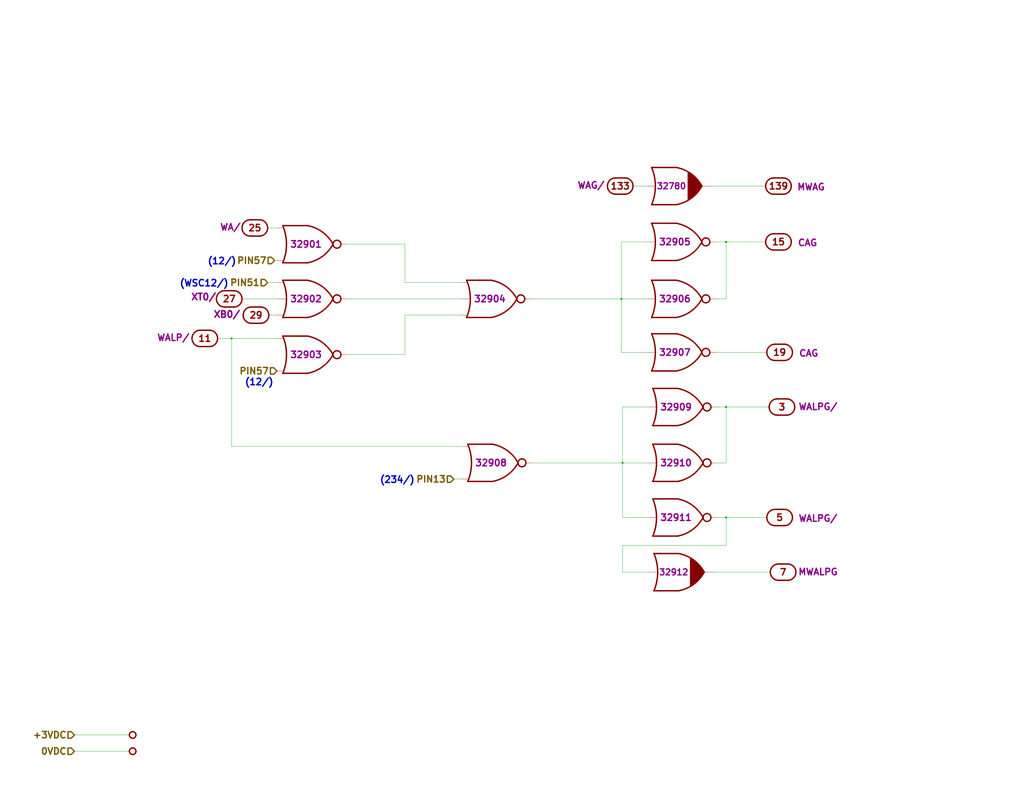
<source format=kicad_sch>
(kicad_sch (version 20211123) (generator eeschema)
  (paper "C")
  (title_block (title "BLOCK I LOGIC FLOW B, MODULE A18, DRAWING 1006542") (date "2018-11-24") (rev "Draft") (comment 1 "Modules A18"))
  (junction (at 396.24 132.08))
  (junction (at 126.365 184.785))
  (junction (at 339.725 252.73))
  (junction (at 396.24 222.25))
  (junction (at 339.09 163.195))
  (junction (at 396.24 282.575))
  (wire (pts (xy 396.24 297.815) (xy 396.24 282.575)))
  (wire (pts (xy 339.725 282.575) (xy 339.725 252.73)))
  (wire (pts (xy 396.24 132.08) (xy 417.83 132.08)))
  (wire (pts (xy 220.98 172.085) (xy 220.98 193.675)))
  (wire (pts (xy 189.865 163.195) (xy 252.095 163.195)))
  (wire (pts (xy 396.24 222.25) (xy 419.735 222.25)))
  (wire (pts (xy 126.365 184.785) (xy 118.745 184.785)))
  (wire (pts (xy 151.765 163.195) (xy 132.08 163.195)))
  (wire (pts (xy 391.16 132.08) (xy 396.24 132.08)))
  (wire (pts (xy 396.24 282.575) (xy 418.465 282.575)))
  (wire (pts (xy 353.695 222.25) (xy 339.725 222.25)))
  (wire (pts (xy 220.98 154.305) (xy 220.98 133.35)))
  (wire (pts (xy 389.89 312.42) (xy 420.37 312.42)))
  (wire (pts (xy 353.695 282.575) (xy 339.725 282.575)))
  (wire (pts (xy 339.09 192.405) (xy 339.09 163.195)))
  (wire (pts (xy 251.46 154.305) (xy 220.98 154.305)))
  (wire (pts (xy 339.725 222.25) (xy 339.725 252.73)))
  (wire (pts (xy 353.06 101.6) (xy 345.44 101.6)))
  (wire (pts (xy 151.13 184.785) (xy 126.365 184.785)))
  (wire (pts (xy 189.865 193.675) (xy 220.98 193.675)))
  (wire (pts (xy 388.62 101.6) (xy 417.83 101.6)))
  (wire (pts (xy 251.46 172.085) (xy 220.98 172.085)))
  (wire (pts (xy 290.195 163.195) (xy 339.09 163.195)))
  (wire (pts (xy 126.365 184.785) (xy 126.365 243.84)))
  (wire (pts (xy 252.095 261.62) (xy 247.65 261.62)))
  (wire (pts (xy 40.64 401.32) (xy 70.485 401.32)))
  (wire (pts (xy 339.09 163.195) (xy 353.06 163.195)))
  (wire (pts (xy 391.795 222.25) (xy 396.24 222.25)))
  (wire (pts (xy 339.725 312.42) (xy 339.725 297.815)))
  (wire (pts (xy 339.09 132.08) (xy 339.09 163.195)))
  (wire (pts (xy 391.795 282.575) (xy 396.24 282.575)))
  (wire (pts (xy 396.24 132.08) (xy 396.24 163.195)))
  (wire (pts (xy 151.13 172.085) (xy 146.685 172.085)))
  (wire (pts (xy 391.795 252.73) (xy 396.24 252.73)))
  (wire (pts (xy 339.725 297.815) (xy 396.24 297.815)))
  (wire (pts (xy 339.725 252.73) (xy 353.695 252.73)))
  (wire (pts (xy 353.06 132.08) (xy 339.09 132.08)))
  (wire (pts (xy 290.83 252.73) (xy 339.725 252.73)))
  (wire (pts (xy 126.365 243.84) (xy 252.095 243.84)))
  (wire (pts (xy 151.13 142.24) (xy 149.86 142.24)))
  (wire (pts (xy 396.24 252.73) (xy 396.24 222.25)))
  (wire (pts (xy 354.33 312.42) (xy 339.725 312.42)))
  (wire (pts (xy 353.06 192.405) (xy 339.09 192.405)))
  (wire (pts (xy 396.24 163.195) (xy 391.16 163.195)))
  (wire (pts (xy 151.13 124.46) (xy 146.05 124.46)))
  (wire (pts (xy 151.13 154.305) (xy 146.05 154.305)))
  (wire (pts (xy 40.64 410.21) (xy 70.485 410.21)))
  (wire (pts (xy 391.16 192.405) (xy 418.465 192.405)))
  (wire (pts (xy 220.98 133.35) (xy 189.865 133.35)))
  (text "(12/)" (at 133.35 210.82 0) (effects (font (size 3.556 3.556) (thickness 0.7112) bold) (justify left bottom)))
  (text "(WSC12/)" (at 97.79 156.845 0) (effects (font (size 3.556 3.556) (thickness 0.7112) bold) (justify left bottom)))
  (text "(234/)" (at 207.01 264.16 0) (effects (font (size 3.556 3.556) (thickness 0.7112) bold) (justify left bottom)))
  (text "(12/)" (at 113.03 144.78 0) (effects (font (size 3.556 3.556) (thickness 0.7112) bold) (justify left bottom)))
  (hierarchical_label "0VDC" (shape input) (at 40.64 410.21 180) (effects (font (size 3.556 3.556) (thickness 0.7112) bold)))
  (hierarchical_label "+3VDC" (shape input) (at 40.64 401.32 180) (effects (font (size 3.556 3.556) (thickness 0.7112) bold)))
  (hierarchical_label "PIN13" (shape input) (at 247.65 261.62 180) (effects (font (size 3.556 3.556) (thickness 0.7112) bold)))
  (hierarchical_label "PIN57" (shape input) (at 151.13 202.565 180) (effects (font (size 3.556 3.556) (thickness 0.7112) bold)))
  (hierarchical_label "PIN51" (shape input) (at 146.05 154.305 180) (effects (font (size 3.556 3.556) (thickness 0.7112) bold)))
  (hierarchical_label "PIN57" (shape input) (at 149.86 142.24 180) (effects (font (size 3.556 3.556) (thickness 0.7112) bold)))
  (symbol (lib_id "AGC_DSKY:ConnectorGeneric") (at 424.815 101.6 180) (unit 139)
    (property "Reference" "J1" (effects hide))
    (property "Value" "ConnectorGeneric" (effects hide))
    (property "Caption" "MWAG" (at 442.595 99.695 0) (effects (font (size 3.556 3.556) bold) (justify bottom)))
  )
  (symbol (lib_id "AGC_DSKY:ConnectorGeneric") (at 338.455 101.6 0) (unit 133)
    (property "Reference" "J1" (effects hide))
    (property "Value" "ConnectorGeneric" (effects hide))
    (property "Caption" "WAG/" (at 322.58 103.505 0) (effects (font (size 3.556 3.556) bold) (justify bottom)))
  )
  (symbol (lib_id "D3NOR-+3VDC-0VDC-nd1021041:D3NOR-+3VDC-0VDC-nd1021041-_3_-___") (at 368.935 252.73 0) (mirror x) (unit 1)
    (property "Reference" "U911" (effects hide))
    (property "Value" "D3NOR-+3VDC-0VDC-nd1021041-_3_-___" (effects hide))
    (property "Location" "32910" (at 368.935 252.73 0) (effects (font (size 3.556 3.556) bold)))
  )
  (symbol (lib_id "D3NOR-+3VDC-0VDC-nd1021041:D3NOR-+3VDC-0VDC-nd1021041-_3_-___") (at 368.935 282.575 0) (mirror x) (unit 1)
    (property "Reference" "U912" (effects hide))
    (property "Value" "D3NOR-+3VDC-0VDC-nd1021041-_3_-___" (effects hide))
    (property "Location" "32911" (at 368.935 282.575 0) (effects (font (size 3.556 3.556) bold)))
  )
  (symbol (lib_id "D3NOR-NC-0VDC-expander-nd1021041:D3NOR-NC-0VDC-expander-nd1021041-_3_-___") (at 369.57 312.42 0) (mirror x) (unit 1)
    (property "Reference" "U913" (effects hide))
    (property "Value" "D3NOR-NC-0VDC-expander-nd1021041-_3_-___" (effects hide))
    (property "Location" "32912" (at 367.665 312.42 0) (effects (font (size 3.302 3.302) bold)))
  )
  (symbol (lib_id "D3NOR-+3VDC-0VDC-nd1021041:D3NOR-+3VDC-0VDC-nd1021041-_3_-___") (at 368.3 163.195 0) (mirror x) (unit 1)
    (property "Reference" "U908" (effects hide))
    (property "Value" "D3NOR-+3VDC-0VDC-nd1021041-_3_-___" (effects hide))
    (property "Location" "32906" (at 368.3 163.195 0) (effects (font (size 3.556 3.556) bold)))
  )
  (symbol (lib_id "AGC_DSKY:ConnectorGeneric") (at 425.45 192.405 180) (unit 19)
    (property "Reference" "J1" (effects hide))
    (property "Value" "ConnectorGeneric" (effects hide))
    (property "Caption" "CAG" (at 441.325 190.5 0) (effects (font (size 3.556 3.556) bold) (justify bottom)))
  )
  (symbol (lib_id "AGC_DSKY:ConnectorGeneric") (at 424.815 132.08 180) (unit 15)
    (property "Reference" "J1" (effects hide))
    (property "Value" "ConnectorGeneric" (effects hide))
    (property "Caption" "CAG" (at 440.69 130.175 0) (effects (font (size 3.556 3.556) bold) (justify bottom)))
  )
  (symbol (lib_id "AGC_DSKY:ConnectorGeneric") (at 111.76 184.785 0) (unit 11)
    (property "Reference" "J1" (effects hide))
    (property "Value" "ConnectorGeneric" (effects hide))
    (property "Caption" "WALP/" (at 94.615 186.69 0) (effects (font (size 3.556 3.556) bold) (justify bottom)))
  )
  (symbol (lib_id "D3NOR-+3VDC-0VDC-nd1021041:D3NOR-+3VDC-0VDC-nd1021041-_3_-___") (at 368.3 192.405 0) (mirror x) (unit 1)
    (property "Reference" "U909" (effects hide))
    (property "Value" "D3NOR-+3VDC-0VDC-nd1021041-_3_-___" (effects hide))
    (property "Location" "32907" (at 368.3 192.405 0) (effects (font (size 3.556 3.556) bold)))
  )
  (symbol (lib_id "D3NOR-NC-0VDC-expander-nd1021041:D3NOR-NC-0VDC-expander-nd1021041-_3_-___") (at 368.3 101.6 0) (mirror x) (unit 1)
    (property "Reference" "U906" (effects hide))
    (property "Value" "D3NOR-NC-0VDC-expander-nd1021041-_3_-___" (effects hide))
    (property "Location" "32780" (at 366.395 101.6 0) (effects (font (size 3.302 3.302) bold)))
  )
  (symbol (lib_id "D3NOR-+3VDC-0VDC-nd1021041:D3NOR-+3VDC-0VDC-nd1021041-_3_-___") (at 368.3 132.08 0) (mirror x) (unit 1)
    (property "Reference" "U907" (effects hide))
    (property "Value" "D3NOR-+3VDC-0VDC-nd1021041-_3_-___" (effects hide))
    (property "Location" "32905" (at 368.3 132.08 0) (effects (font (size 3.556 3.556) bold)))
  )
  (symbol (lib_id "D3NOR-+3VDC-0VDC-nd1021041:D3NOR-+3VDC-0VDC-nd1021041-135-___") (at 267.335 163.195 0) (unit 1)
    (property "Reference" "U904" (effects hide))
    (property "Value" "D3NOR-+3VDC-0VDC-nd1021041-135-___" (effects hide))
    (property "Location" "32904" (at 267.335 163.195 0) (effects (font (size 3.556 3.556) bold)))
  )
  (symbol (lib_id "D3NOR-+3VDC-0VDC-nd1021041:D3NOR-+3VDC-0VDC-nd1021041-1_5-___") (at 167.005 193.675 0) (unit 1)
    (property "Reference" "U903" (effects hide))
    (property "Value" "D3NOR-+3VDC-0VDC-nd1021041-1_5-___" (effects hide))
    (property "Location" "32903" (at 167.005 193.675 0) (effects (font (size 3.556 3.556) bold)))
  )
  (symbol (lib_id "D3NOR-+3VDC-0VDC-nd1021041:D3NOR-+3VDC-0VDC-nd1021041-135-___") (at 167.005 163.195 0) (unit 1)
    (property "Reference" "U902" (effects hide))
    (property "Value" "D3NOR-+3VDC-0VDC-nd1021041-135-___" (effects hide))
    (property "Location" "32902" (at 167.005 163.195 0) (effects (font (size 3.556 3.556) bold)))
  )
  (symbol (lib_id "D3NOR-+3VDC-0VDC-nd1021041:D3NOR-+3VDC-0VDC-nd1021041-1_5-___") (at 167.005 133.35 0) (unit 1)
    (property "Reference" "U901" (effects hide))
    (property "Value" "D3NOR-+3VDC-0VDC-nd1021041-1_5-___" (effects hide))
    (property "Location" "32901" (at 167.005 133.35 0) (effects (font (size 3.556 3.556) bold)))
  )
  (symbol (lib_id "D3NOR-+3VDC-0VDC-nd1021041:D3NOR-+3VDC-0VDC-nd1021041-_3_-___") (at 368.935 222.25 0) (mirror x) (unit 1)
    (property "Reference" "U910" (effects hide))
    (property "Value" "D3NOR-+3VDC-0VDC-nd1021041-_3_-___" (effects hide))
    (property "Location" "32909" (at 368.935 222.25 0) (effects (font (size 3.556 3.556) bold)))
  )
  (symbol (lib_id "D3NOR-+3VDC-0VDC-nd1021041:D3NOR-+3VDC-0VDC-nd1021041-1_5-___") (at 267.97 252.73 0) (unit 1)
    (property "Reference" "U905" (effects hide))
    (property "Value" "D3NOR-+3VDC-0VDC-nd1021041-1_5-___" (effects hide))
    (property "Location" "32908" (at 267.97 252.73 0) (effects (font (size 3.556 3.556) bold)))
  )
  (symbol (lib_id "AGC_DSKY:ConnectorGeneric") (at 425.45 282.575 180) (unit 5)
    (property "Reference" "J1" (effects hide))
    (property "Value" "ConnectorGeneric" (effects hide))
    (property "Caption" "WALPG/" (at 446.405 280.67 0) (effects (font (size 3.556 3.556) bold) (justify bottom)))
  )
  (symbol (lib_id "AGC_DSKY:ConnectorGeneric") (at 427.355 312.42 180) (unit 7)
    (property "Reference" "J1" (effects hide))
    (property "Value" "ConnectorGeneric" (effects hide))
    (property "Caption" "MWALPG" (at 446.405 309.88 0) (effects (font (size 3.556 3.556) bold) (justify bottom)))
  )
  (symbol (lib_id "AGC_DSKY:ConnectorGeneric") (at 426.72 222.25 180) (unit 3)
    (property "Reference" "J1" (effects hide))
    (property "Value" "ConnectorGeneric" (effects hide))
    (property "Caption" "WALPG/" (at 446.405 219.71 0) (effects (font (size 3.556 3.556) bold) (justify bottom)))
  )
  (symbol (lib_id "AGC_DSKY:ConnectorGeneric") (at 125.095 163.195 0) (unit 27)
    (property "Reference" "J1" (effects hide))
    (property "Value" "ConnectorGeneric" (effects hide))
    (property "Caption" "XT0/" (at 111.125 164.465 0) (effects (font (size 3.556 3.556) bold) (justify bottom)))
  )
  (symbol (lib_id "AGC_DSKY:ConnectorGeneric") (at 139.065 124.46 0) (unit 25)
    (property "Reference" "J1" (effects hide))
    (property "Value" "ConnectorGeneric" (effects hide))
    (property "Caption" "WA/" (at 125.73 126.365 0) (effects (font (size 3.556 3.556) bold) (justify bottom)))
  )
  (symbol (lib_id "AGC_DSKY:ConnectorGeneric") (at 139.7 172.085 0) (unit 29)
    (property "Reference" "J1" (effects hide))
    (property "Value" "ConnectorGeneric" (effects hide))
    (property "Caption" "XB0/" (at 123.825 173.99 0) (effects (font (size 3.556 3.556) bold) (justify bottom)))
  )
  (symbol (lib_id "AGC_DSKY:Node2") (at 72.39 401.32 180)
    (property "Reference" "N901" (effects hide))
    (property "Value" "Node2" (effects hide))
    (property "Caption" "+3VDC" (effects hide))
  )
  (symbol (lib_id "AGC_DSKY:Node2") (at 72.39 410.21 180)
    (property "Reference" "N902" (effects hide))
    (property "Value" "Node2" (effects hide))
    (property "Caption" "0VDC" (effects hide))
  )
)
</source>
